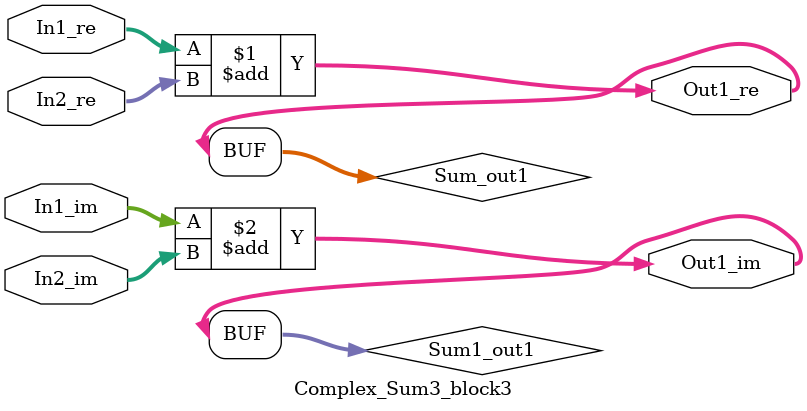
<source format=v>



`timescale 1 ns / 1 ns

module Complex_Sum3_block3
          (In1_re,
           In1_im,
           In2_re,
           In2_im,
           Out1_re,
           Out1_im);


  input   signed [36:0] In1_re;  // sfix37_En22
  input   signed [36:0] In1_im;  // sfix37_En22
  input   signed [36:0] In2_re;  // sfix37_En22
  input   signed [36:0] In2_im;  // sfix37_En22
  output  signed [36:0] Out1_re;  // sfix37_En22
  output  signed [36:0] Out1_im;  // sfix37_En22


  wire signed [36:0] Sum_out1;  // sfix37_En22
  wire signed [36:0] Sum1_out1;  // sfix37_En22


  assign Sum_out1 = In1_re + In2_re;



  assign Out1_re = Sum_out1;

  assign Sum1_out1 = In1_im + In2_im;



  assign Out1_im = Sum1_out1;

endmodule  // Complex_Sum3_block3


</source>
